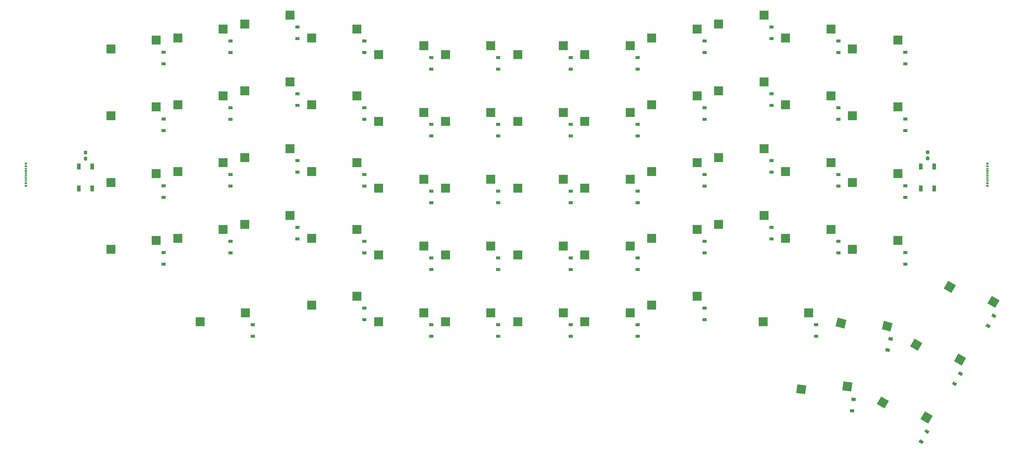
<source format=gbr>
G04 #@! TF.GenerationSoftware,KiCad,Pcbnew,(5.1.6)-1*
G04 #@! TF.CreationDate,2020-10-06T00:54:28+08:00*
G04 #@! TF.ProjectId,Galia,47616c69-612e-46b6-9963-61645f706362,rev?*
G04 #@! TF.SameCoordinates,Original*
G04 #@! TF.FileFunction,Paste,Bot*
G04 #@! TF.FilePolarity,Positive*
%FSLAX46Y46*%
G04 Gerber Fmt 4.6, Leading zero omitted, Abs format (unit mm)*
G04 Created by KiCad (PCBNEW (5.1.6)-1) date 2020-10-06 00:54:28*
%MOMM*%
%LPD*%
G01*
G04 APERTURE LIST*
%ADD10R,1.000000X1.700000*%
%ADD11R,2.550000X2.500000*%
%ADD12C,0.100000*%
%ADD13R,0.800000X0.600000*%
%ADD14R,0.800000X0.300000*%
%ADD15R,1.200000X0.900000*%
G04 APERTURE END LIST*
D10*
X312425000Y-80193750D03*
X312425000Y-86493750D03*
X316225000Y-80193750D03*
X316225000Y-86493750D03*
D11*
X292952500Y-103822500D03*
X305879500Y-101282500D03*
X235802500Y-43497501D03*
X248729500Y-40957501D03*
X235802501Y-119697500D03*
X248729501Y-117157500D03*
D12*
G36*
X312819642Y-130575261D02*
G01*
X311569642Y-132740325D01*
X309361278Y-131465325D01*
X310611278Y-129300261D01*
X312819642Y-130575261D01*
G37*
G36*
X325284752Y-134839057D02*
G01*
X324034752Y-137004121D01*
X321826388Y-135729121D01*
X323076388Y-133564057D01*
X325284752Y-134839057D01*
G37*
G36*
X334809752Y-118341268D02*
G01*
X333559752Y-120506332D01*
X331351388Y-119231332D01*
X332601388Y-117066268D01*
X334809752Y-118341268D01*
G37*
G36*
X322344642Y-114077472D02*
G01*
X321094642Y-116242536D01*
X318886278Y-114967536D01*
X320136278Y-112802472D01*
X322344642Y-114077472D01*
G37*
G36*
X303294641Y-147069015D02*
G01*
X302044641Y-149234079D01*
X299836277Y-147959079D01*
X301086277Y-145794015D01*
X303294641Y-147069015D01*
G37*
G36*
X315759751Y-151332811D02*
G01*
X314509751Y-153497875D01*
X312301387Y-152222875D01*
X313551387Y-150057811D01*
X315759751Y-151332811D01*
G37*
G36*
X279759400Y-142690316D02*
G01*
X279433084Y-145168928D01*
X276904900Y-144836086D01*
X277231216Y-142357474D01*
X279759400Y-142690316D01*
G37*
G36*
X292907344Y-141859358D02*
G01*
X292581028Y-144337970D01*
X290052844Y-144005128D01*
X290379160Y-141526516D01*
X292907344Y-141859358D01*
G37*
D11*
X273902500Y-100647499D03*
X286829500Y-98107499D03*
D12*
G36*
X291232282Y-123984655D02*
G01*
X290585235Y-126399470D01*
X288122124Y-125739481D01*
X288769171Y-123324666D01*
X291232282Y-123984655D01*
G37*
G36*
X304376205Y-124876958D02*
G01*
X303729158Y-127291773D01*
X301266047Y-126631784D01*
X301913094Y-124216969D01*
X304376205Y-124876958D01*
G37*
D11*
X292952498Y-84772500D03*
X305879498Y-82232500D03*
X292952500Y-65722501D03*
X305879500Y-63182501D03*
X273902500Y-81597499D03*
X286829500Y-79057499D03*
X177065000Y-124460000D03*
X189992000Y-121920000D03*
X197702500Y-48260000D03*
X210629500Y-45720000D03*
X158015000Y-105410000D03*
X170942000Y-102870000D03*
X177065000Y-105410000D03*
X189992000Y-102870000D03*
X177065000Y-86360000D03*
X189992000Y-83820000D03*
X177065000Y-67310000D03*
X189992000Y-64770000D03*
X177065000Y-48260000D03*
X189992000Y-45720000D03*
X158015000Y-124460000D03*
X170942000Y-121920000D03*
X158015000Y-86360000D03*
X170942000Y-83820000D03*
X158015000Y-67310000D03*
X170942000Y-64770000D03*
X158015000Y-48260000D03*
X170942000Y-45720000D03*
X138965000Y-119697500D03*
X151892000Y-117157500D03*
X138965000Y-100647500D03*
X151892000Y-98107500D03*
X138965000Y-81597500D03*
X151892000Y-79057500D03*
X138965000Y-62547500D03*
X151892000Y-60007500D03*
X138965000Y-43497500D03*
X151892000Y-40957500D03*
X107215000Y-124460000D03*
X120142000Y-121920000D03*
X119915000Y-96678750D03*
X132842000Y-94138750D03*
X119915000Y-77628750D03*
X132842000Y-75088750D03*
X119915000Y-58578750D03*
X132842000Y-56038750D03*
X119915000Y-39528750D03*
X132842000Y-36988750D03*
X100865000Y-100647500D03*
X113792000Y-98107500D03*
X100865000Y-81597500D03*
X113792000Y-79057500D03*
X100865000Y-62547500D03*
X113792000Y-60007500D03*
X100865000Y-43497500D03*
X113792000Y-40957500D03*
X81815000Y-103822500D03*
X94742000Y-101282500D03*
X81815000Y-84772500D03*
X94742000Y-82232500D03*
X81815000Y-65722500D03*
X94742000Y-63182500D03*
X81815000Y-46672500D03*
X94742000Y-44132500D03*
X292952501Y-46672500D03*
X305879501Y-44132500D03*
X273902499Y-62547500D03*
X286829499Y-60007500D03*
X273902499Y-43497500D03*
X286829499Y-40957500D03*
X267552500Y-124460000D03*
X280479500Y-121920000D03*
X254852501Y-96678750D03*
X267779501Y-94138750D03*
X254852501Y-77628749D03*
X267779501Y-75088749D03*
X254852500Y-58578751D03*
X267779500Y-56038751D03*
X254852501Y-39528750D03*
X267779501Y-36988750D03*
X235802500Y-100647499D03*
X248729500Y-98107499D03*
X235802500Y-81597499D03*
X248729500Y-79057499D03*
X235802500Y-62547501D03*
X248729500Y-60007501D03*
X216752499Y-124460002D03*
X229679499Y-121920002D03*
X216752499Y-105410000D03*
X229679499Y-102870000D03*
X216752501Y-86360000D03*
X229679501Y-83820000D03*
X216752499Y-67310000D03*
X229679499Y-64770000D03*
X216752500Y-48259999D03*
X229679500Y-45719999D03*
X197702501Y-124459999D03*
X210629501Y-121919999D03*
X197702501Y-105410000D03*
X210629501Y-102870000D03*
X197702501Y-86360000D03*
X210629501Y-83820000D03*
X197702500Y-67310001D03*
X210629500Y-64770001D03*
D12*
G36*
X331824942Y-126352112D02*
G01*
X330785712Y-125752112D01*
X331235712Y-124972690D01*
X332274942Y-125572690D01*
X331824942Y-126352112D01*
G37*
G36*
X333474942Y-123494228D02*
G01*
X332435712Y-122894228D01*
X332885712Y-122114806D01*
X333924942Y-122714806D01*
X333474942Y-123494228D01*
G37*
G36*
X322299942Y-142849901D02*
G01*
X321260712Y-142249901D01*
X321710712Y-141470479D01*
X322749942Y-142070479D01*
X322299942Y-142849901D01*
G37*
G36*
X323949942Y-139992017D02*
G01*
X322910712Y-139392017D01*
X323360712Y-138612595D01*
X324399942Y-139212595D01*
X323949942Y-139992017D01*
G37*
G36*
X312774942Y-159347685D02*
G01*
X311735712Y-158747685D01*
X312185712Y-157968263D01*
X313224942Y-158568263D01*
X312774942Y-159347685D01*
G37*
G36*
X314424942Y-156489801D02*
G01*
X313385712Y-155889801D01*
X313835712Y-155110379D01*
X314874942Y-155710379D01*
X314424942Y-156489801D01*
G37*
D13*
X331337500Y-85706250D03*
X331337500Y-79306250D03*
X331337500Y-80106250D03*
X331337500Y-84906250D03*
D14*
X331337500Y-83256250D03*
X331337500Y-81756250D03*
X331337500Y-82756250D03*
X331337500Y-82256250D03*
X331337500Y-81256250D03*
X331337500Y-80756250D03*
X331337500Y-83756250D03*
X331337500Y-84256250D03*
D13*
X57600000Y-79306250D03*
X57600000Y-85706250D03*
X57600000Y-84906250D03*
X57600000Y-80106250D03*
D14*
X57600000Y-81756250D03*
X57600000Y-83256250D03*
X57600000Y-82256250D03*
X57600000Y-82756250D03*
X57600000Y-83756250D03*
X57600000Y-84256250D03*
X57600000Y-81256250D03*
X57600000Y-80756250D03*
D12*
G36*
X293367822Y-150403818D02*
G01*
X292178088Y-150247186D01*
X292295562Y-149354886D01*
X293485296Y-149511518D01*
X293367822Y-150403818D01*
G37*
G36*
X293798558Y-147132050D02*
G01*
X292608824Y-146975418D01*
X292726298Y-146083118D01*
X293916032Y-146239750D01*
X293798558Y-147132050D01*
G37*
D15*
X288925001Y-104837501D03*
X288925001Y-101537501D03*
D12*
G36*
X303413371Y-133131543D02*
G01*
X302254260Y-132820960D01*
X302487197Y-131951627D01*
X303646308Y-132262210D01*
X303413371Y-133131543D01*
G37*
G36*
X304267473Y-129943987D02*
G01*
X303108362Y-129633404D01*
X303341299Y-128764071D01*
X304500410Y-129074654D01*
X304267473Y-129943987D01*
G37*
D15*
X307975000Y-88962500D03*
X307975000Y-85662500D03*
X307974999Y-69912499D03*
X307974999Y-66612499D03*
X212725000Y-52450000D03*
X212725000Y-49150000D03*
D10*
X72712500Y-80193750D03*
X72712500Y-86493750D03*
X76512500Y-80193750D03*
X76512500Y-86493750D03*
G36*
G01*
X74375000Y-75675000D02*
X74850000Y-75675000D01*
G75*
G02*
X75087500Y-75912500I0J-237500D01*
G01*
X75087500Y-76487500D01*
G75*
G02*
X74850000Y-76725000I-237500J0D01*
G01*
X74375000Y-76725000D01*
G75*
G02*
X74137500Y-76487500I0J237500D01*
G01*
X74137500Y-75912500D01*
G75*
G02*
X74375000Y-75675000I237500J0D01*
G01*
G37*
G36*
G01*
X74375000Y-77425000D02*
X74850000Y-77425000D01*
G75*
G02*
X75087500Y-77662500I0J-237500D01*
G01*
X75087500Y-78237500D01*
G75*
G02*
X74850000Y-78475000I-237500J0D01*
G01*
X74375000Y-78475000D01*
G75*
G02*
X74137500Y-78237500I0J237500D01*
G01*
X74137500Y-77662500D01*
G75*
G02*
X74375000Y-77425000I237500J0D01*
G01*
G37*
G36*
G01*
X314087500Y-75593750D02*
X314562500Y-75593750D01*
G75*
G02*
X314800000Y-75831250I0J-237500D01*
G01*
X314800000Y-76406250D01*
G75*
G02*
X314562500Y-76643750I-237500J0D01*
G01*
X314087500Y-76643750D01*
G75*
G02*
X313850000Y-76406250I0J237500D01*
G01*
X313850000Y-75831250D01*
G75*
G02*
X314087500Y-75593750I237500J0D01*
G01*
G37*
G36*
G01*
X314087500Y-77343750D02*
X314562500Y-77343750D01*
G75*
G02*
X314800000Y-77581250I0J-237500D01*
G01*
X314800000Y-78156250D01*
G75*
G02*
X314562500Y-78393750I-237500J0D01*
G01*
X314087500Y-78393750D01*
G75*
G02*
X313850000Y-78156250I0J237500D01*
G01*
X313850000Y-77581250D01*
G75*
G02*
X314087500Y-77343750I237500J0D01*
G01*
G37*
D15*
X192087500Y-128650000D03*
X192087500Y-125350000D03*
X192087500Y-109600000D03*
X192087500Y-106300000D03*
X192087500Y-90550000D03*
X192087500Y-87250000D03*
X192087500Y-71500000D03*
X192087500Y-68200000D03*
X192087500Y-52450000D03*
X192087500Y-49150000D03*
X173037500Y-128650000D03*
X173037500Y-125350000D03*
X173037500Y-109600000D03*
X173037500Y-106300000D03*
X173037500Y-90550000D03*
X173037500Y-87250000D03*
X173037500Y-71500000D03*
X173037500Y-68200000D03*
X173037500Y-52450000D03*
X173037500Y-49150000D03*
X153987500Y-123887500D03*
X153987500Y-120587500D03*
X153987500Y-104837500D03*
X153987500Y-101537500D03*
X153987500Y-85787500D03*
X153987500Y-82487500D03*
X153987500Y-66737500D03*
X153987500Y-63437500D03*
X153987500Y-47687500D03*
X153987500Y-44387500D03*
X122237500Y-128650000D03*
X122237500Y-125350000D03*
X134937500Y-100868750D03*
X134937500Y-97568750D03*
X134937500Y-81818750D03*
X134937500Y-78518750D03*
X134937500Y-62768750D03*
X134937500Y-59468750D03*
X134937500Y-43718750D03*
X134937500Y-40418750D03*
X115887500Y-104837500D03*
X115887500Y-101537500D03*
X115887500Y-85787500D03*
X115887500Y-82487500D03*
X115887500Y-66737500D03*
X115887500Y-63437500D03*
X115887500Y-47687500D03*
X115887500Y-44387500D03*
X96837500Y-108012500D03*
X96837500Y-104712500D03*
X96837500Y-88962500D03*
X96837500Y-85662500D03*
X96837500Y-69912500D03*
X96837500Y-66612500D03*
X96837500Y-50862500D03*
X96837500Y-47562500D03*
X307975001Y-108012500D03*
X307975001Y-104712500D03*
X307974999Y-50862501D03*
X307974999Y-47562501D03*
X288925000Y-85787500D03*
X288925000Y-82487500D03*
X288925000Y-66737499D03*
X288925000Y-63437499D03*
X288925000Y-47687499D03*
X288925000Y-44387499D03*
X282575000Y-128650001D03*
X282575000Y-125350001D03*
X269875000Y-100868750D03*
X269875000Y-97568750D03*
X269875000Y-81818750D03*
X269875000Y-78518750D03*
X269874999Y-62768749D03*
X269874999Y-59468749D03*
X269875000Y-43718751D03*
X269875000Y-40418751D03*
X250825000Y-123887501D03*
X250825000Y-120587501D03*
X250825001Y-104837500D03*
X250825001Y-101537500D03*
X250825000Y-85787500D03*
X250825000Y-82487500D03*
X250825001Y-66737500D03*
X250825001Y-63437500D03*
X250825000Y-47687500D03*
X250825000Y-44387500D03*
X231787500Y-128650000D03*
X231787500Y-125350000D03*
X231775000Y-109600001D03*
X231775000Y-106300001D03*
X231775000Y-90550001D03*
X231775000Y-87250001D03*
X231775000Y-71500000D03*
X231775000Y-68200000D03*
X231775000Y-52450000D03*
X231775000Y-49150000D03*
X212725000Y-128649999D03*
X212725000Y-125349999D03*
X212724999Y-109600000D03*
X212724999Y-106300000D03*
X212725000Y-90549999D03*
X212725000Y-87249999D03*
X212725000Y-71499999D03*
X212725000Y-68199999D03*
M02*

</source>
